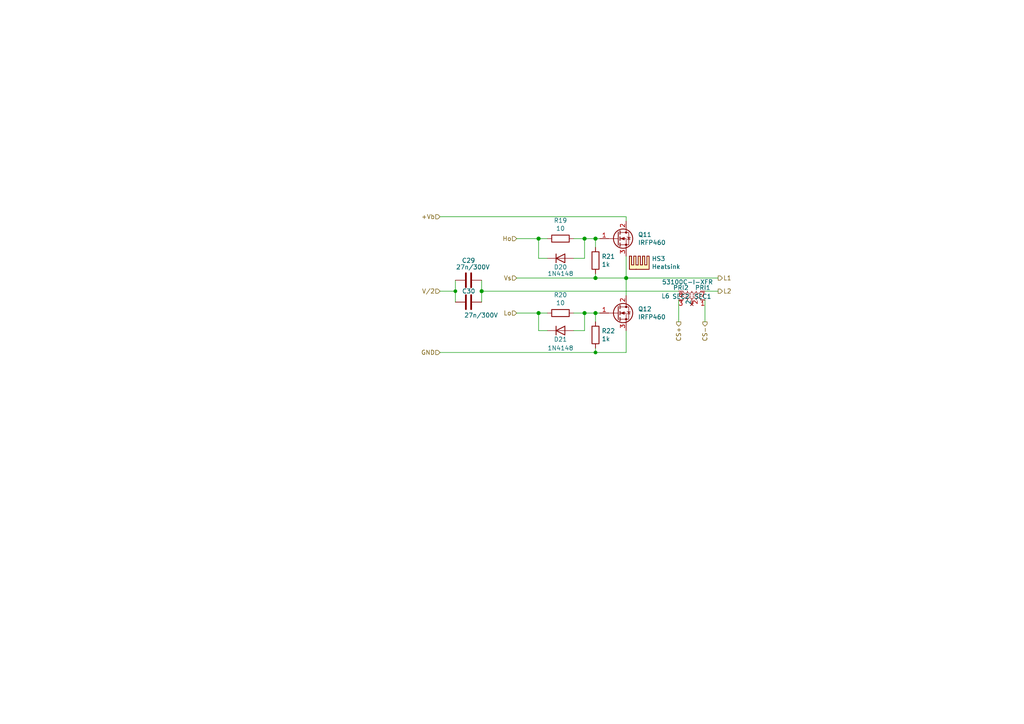
<source format=kicad_sch>
(kicad_sch (version 20210126) (generator eeschema)
  (paper "A4")
  (lib_symbols
    (symbol "Device:C" (pin_numbers hide) (pin_names (offset 0.254))
      (property "Reference" "C" (at 0.635 2.54 0))
      (property "Value" "C" (at 0.635 -2.54 0))
      (symbol "C_0_1"
        (polyline (pts (xy -2.032 -0.762) (xy 2.032 -0.762)) (stroke (width 0.508)))
        (polyline (pts (xy -2.032 0.762) (xy 2.032 0.762)) (stroke (width 0.508)))
      )
      (symbol "C_1_1"
        (pin passive line (at 0 3.81 270) (length 2.794) (name "~") (number "1"))
        (pin passive line (at 0 -3.81 90) (length 2.794) (name "~") (number "2"))
      )
    )
    (symbol "Device:R" (pin_numbers hide) (pin_names (offset 0))
      (property "Reference" "R" (at 2.032 0 90))
      (property "Value" "R" (at 0 0 90))
      (symbol "R_0_1"
        (rectangle (start -1.016 -2.54) (end 1.016 2.54) (stroke (width 0.254)))
      )
      (symbol "R_1_1"
        (pin passive line (at 0 3.81 270) (length 1.27) (name "~") (number "1"))
        (pin passive line (at 0 -3.81 90) (length 1.27) (name "~") (number "2"))
      )
    )
    (symbol "Diode:1N4148" (pin_numbers hide) (pin_names (offset 1.016) hide)
      (property "Reference" "D" (at 0 2.54 0))
      (property "Value" "1N4148" (at 0 -2.54 0))
      (symbol "1N4148_0_1"
        (polyline (pts (xy -1.27 1.27) (xy -1.27 -1.27)) (stroke (width 0.254)))
        (polyline (pts (xy 1.27 0) (xy -1.27 0)))
        (polyline (pts (xy 1.27 1.27) (xy 1.27 -1.27) (xy -1.27 0) (xy 1.27 1.27)) (stroke (width 0.254)))
      )
      (symbol "1N4148_1_1"
        (pin passive line (at -3.81 0 0) (length 2.54) (name "K") (number "1"))
        (pin passive line (at 3.81 0 180) (length 2.54) (name "A") (number "2"))
      )
    )
    (symbol "Power-Supply-Board-v2.0-rescue:Heatsink-Mechanical" (pin_names (offset 1.016))
      (property "Reference" "HS" (at 0 5.08 0))
      (property "Value" "Heatsink-Mechanical" (at 0 -1.27 0))
      (symbol "Heatsink-Mechanical_0_1"
        (polyline (pts (xy -0.3302 1.27) (xy -0.9652 1.27) (xy -0.9652 3.81) (xy -1.6002 3.81) (xy -1.6002 1.27) (xy -2.2352 1.27) (xy -2.2352 3.81) (xy -2.8702 3.81) (xy -2.8702 0) (xy -0.9652 0)) (stroke (width 0.254)) (fill (type background)))
        (polyline (pts (xy -0.3302 1.27) (xy -0.3302 3.81) (xy 0.3048 3.81) (xy 0.3048 1.27) (xy 0.9398 1.27) (xy 0.9398 3.81) (xy 1.5748 3.81) (xy 1.5748 1.27) (xy 2.2098 1.27) (xy 2.2098 3.81) (xy 2.8448 3.81) (xy 2.8448 0) (xy -0.9652 0)) (stroke (width 0.254)) (fill (type background)))
      )
    )
    (symbol "Transistor_FET:IRF540N" (pin_names hide)
      (property "Reference" "Q" (at 6.35 1.905 0))
      (property "Value" "IRF540N" (at 6.35 0 0))
      (symbol "IRF540N_0_1"
        (circle (center 1.651 0) (radius 2.794) (stroke (width 0.254)))
        (circle (center 2.54 -1.778) (radius 0.254) (fill (type outline)))
        (circle (center 2.54 1.778) (radius 0.254) (fill (type outline)))
        (polyline (pts (xy 0.254 0) (xy -2.54 0)))
        (polyline (pts (xy 0.254 1.905) (xy 0.254 -1.905)) (stroke (width 0.254)))
        (polyline (pts (xy 0.762 -1.27) (xy 0.762 -2.286)) (stroke (width 0.254)))
        (polyline (pts (xy 0.762 0.508) (xy 0.762 -0.508)) (stroke (width 0.254)))
        (polyline (pts (xy 0.762 2.286) (xy 0.762 1.27)) (stroke (width 0.254)))
        (polyline (pts (xy 2.54 2.54) (xy 2.54 1.778)))
        (polyline (pts (xy 2.54 -2.54) (xy 2.54 0) (xy 0.762 0)))
        (polyline (pts (xy 0.762 -1.778) (xy 3.302 -1.778) (xy 3.302 1.778) (xy 0.762 1.778)))
        (polyline (pts (xy 2.794 0.508) (xy 2.921 0.381) (xy 3.683 0.381) (xy 3.81 0.254)))
        (polyline (pts (xy 3.302 0.381) (xy 2.921 -0.254) (xy 3.683 -0.254) (xy 3.302 0.381)))
        (polyline (pts (xy 1.016 0) (xy 2.032 0.381) (xy 2.032 -0.381) (xy 1.016 0)) (fill (type outline)))
      )
      (symbol "IRF540N_1_1"
        (pin input line (at -5.08 0 0) (length 2.54) (name "G") (number "1"))
        (pin passive line (at 2.54 5.08 270) (length 2.54) (name "D") (number "2"))
        (pin passive line (at 2.54 -5.08 90) (length 2.54) (name "S") (number "3"))
      )
    )
    (symbol "Userlibrary:53100C-I-XFR" (pin_names (offset 0))
      (property "Reference" "L" (at 0 3.81 0))
      (property "Value" "53100C-I-XFR" (at 0 5.715 0))
      (symbol "53100C-I-XFR_0_1"
        (arc (start -1.27 -2.54) (end -2.54 -2.54) (radius (at -1.905 -2.54) (length 0.635) (angles 0.1 179.9)))
        (arc (start -2.54 0) (end -1.27 0) (radius (at -1.905 0) (length 0.635) (angles -179.9 -0.1)))
        (arc (start 0 -2.54) (end -1.27 -2.54) (radius (at -0.635 -2.54) (length 0.635) (angles 0.1 179.9)))
        (arc (start -1.27 0) (end 0 0) (radius (at -0.635 0) (length 0.635) (angles -179.9 -0.1)))
        (arc (start 1.27 -2.54) (end 0 -2.54) (radius (at 0.635 -2.54) (length 0.635) (angles 0.1 179.9)))
        (arc (start 0 0) (end 1.27 0) (radius (at 0.635 0) (length 0.635) (angles -179.9 -0.1)))
        (arc (start 2.54 -2.54) (end 1.27 -2.54) (radius (at 1.905 -2.54) (length 0.635) (angles 0.1 179.9)))
        (arc (start 1.27 0) (end 2.54 0) (radius (at 1.905 0) (length 0.635) (angles -179.9 -0.1)))
        (polyline (pts (xy -2.794 -1.524) (xy -2.286 -1.524)))
        (polyline (pts (xy -2.286 -1.016) (xy -2.794 -1.016)))
        (polyline (pts (xy -1.778 -1.524) (xy -1.27 -1.524)))
        (polyline (pts (xy -1.27 -1.016) (xy -1.778 -1.016)))
        (polyline (pts (xy -0.762 -1.524) (xy -0.254 -1.524)))
        (polyline (pts (xy -0.254 -1.016) (xy -0.762 -1.016)))
        (polyline (pts (xy 0.254 -1.524) (xy 0.762 -1.524)))
        (polyline (pts (xy 0.762 -1.016) (xy 0.254 -1.016)))
        (polyline (pts (xy 1.27 -1.524) (xy 1.778 -1.524)))
        (polyline (pts (xy 1.778 -1.016) (xy 1.27 -1.016)))
        (polyline (pts (xy 2.286 -1.524) (xy 2.794 -1.524)))
        (polyline (pts (xy 2.794 -1.016) (xy 2.286 -1.016)))
      )
      (symbol "53100C-I-XFR_1_1"
        (pin passive line (at -3.81 -2.54 0) (length 1.27) (name "SEC1") (number "1"))
        (pin no_connect line (at 0 -3.81 90) (length 1.27) (name "2") (number "2"))
        (pin passive line (at 3.81 -2.54 180) (length 1.27) (name "SEC2") (number "3"))
        (pin no_connect line (at 2.54 -5.08 180) (length 1.27) hide (name "4") (number "4"))
        (pin no_connect non_logic (at -5.715 -5.08 180) (length 1.27) hide (name "5") (number "5"))
        (pin no_connect line (at -10.16 -6.985 180) (length 1.27) hide (name "6") (number "6"))
        (pin passive line (at -3.81 0 0) (length 1.27) (name "PRI1") (number "7"))
        (pin passive line (at 3.81 0 180) (length 1.27) (name "PRI2") (number "8"))
      )
    )
  )
  (junction (at 132.08 84.455) (diameter 0.9144))
  (junction (at 139.7 84.455) (diameter 1.016))
  (junction (at 156.21 69.215) (diameter 1.016))
  (junction (at 156.21 90.805) (diameter 1.016))
  (junction (at 169.545 69.215) (diameter 1.016))
  (junction (at 169.545 90.805) (diameter 1.016))
  (junction (at 172.72 69.215) (diameter 1.016))
  (junction (at 172.72 80.645) (diameter 1.016))
  (junction (at 172.72 90.805) (diameter 1.016))
  (junction (at 172.72 102.235) (diameter 0.9144))
  (junction (at 181.61 80.645) (diameter 1.016))
  (wire (pts (xy 127.635 62.865) (xy 181.61 62.865)))
  (wire (pts (xy 127.635 84.455) (xy 132.08 84.455)))
  (wire (pts (xy 127.635 102.235) (xy 172.72 102.235)))
  (wire (pts (xy 132.08 81.28) (xy 132.08 84.455)))
  (wire (pts (xy 132.08 84.455) (xy 132.08 87.63)))
  (wire (pts (xy 139.7 81.28) (xy 139.7 84.455)))
  (wire (pts (xy 139.7 84.455) (xy 139.7 87.63)))
  (wire (pts (xy 139.7 84.455) (xy 196.85 84.455)))
  (wire (pts (xy 149.86 69.215) (xy 156.21 69.215)))
  (wire (pts (xy 149.86 80.645) (xy 172.72 80.645)))
  (wire (pts (xy 149.86 90.805) (xy 156.21 90.805)))
  (wire (pts (xy 156.21 69.215) (xy 158.75 69.215)))
  (wire (pts (xy 156.21 74.93) (xy 156.21 69.215)))
  (wire (pts (xy 156.21 90.805) (xy 158.75 90.805)))
  (wire (pts (xy 156.21 95.885) (xy 156.21 90.805)))
  (wire (pts (xy 158.75 74.93) (xy 156.21 74.93)))
  (wire (pts (xy 158.75 95.885) (xy 156.21 95.885)))
  (wire (pts (xy 166.37 69.215) (xy 169.545 69.215)))
  (wire (pts (xy 166.37 74.93) (xy 169.545 74.93)))
  (wire (pts (xy 166.37 90.805) (xy 169.545 90.805)))
  (wire (pts (xy 166.37 95.885) (xy 169.545 95.885)))
  (wire (pts (xy 169.545 69.215) (xy 172.72 69.215)))
  (wire (pts (xy 169.545 74.93) (xy 169.545 69.215)))
  (wire (pts (xy 169.545 90.805) (xy 172.72 90.805)))
  (wire (pts (xy 169.545 95.885) (xy 169.545 90.805)))
  (wire (pts (xy 172.72 69.215) (xy 172.72 71.755)))
  (wire (pts (xy 172.72 69.215) (xy 173.99 69.215)))
  (wire (pts (xy 172.72 80.645) (xy 172.72 79.375)))
  (wire (pts (xy 172.72 80.645) (xy 181.61 80.645)))
  (wire (pts (xy 172.72 90.805) (xy 172.72 93.345)))
  (wire (pts (xy 172.72 90.805) (xy 173.99 90.805)))
  (wire (pts (xy 172.72 100.965) (xy 172.72 102.235)))
  (wire (pts (xy 172.72 102.235) (xy 181.61 102.235)))
  (wire (pts (xy 181.61 62.865) (xy 181.61 64.135)))
  (wire (pts (xy 181.61 74.295) (xy 181.61 80.645)))
  (wire (pts (xy 181.61 80.645) (xy 181.61 85.725)))
  (wire (pts (xy 181.61 80.645) (xy 208.28 80.645)))
  (wire (pts (xy 181.61 102.235) (xy 181.61 95.885)))
  (wire (pts (xy 196.85 86.995) (xy 196.85 93.345)))
  (wire (pts (xy 204.47 84.455) (xy 208.28 84.455)))
  (wire (pts (xy 204.47 86.995) (xy 204.47 93.345)))
  (hierarchical_label "+Vb" (shape input) (at 127.635 62.865 180))
  (hierarchical_label "V{slash}2" (shape input) (at 127.635 84.455 180))
  (hierarchical_label "GND" (shape input) (at 127.635 102.235 180))
  (hierarchical_label "Ho" (shape input) (at 149.86 69.215 180))
  (hierarchical_label "Vs" (shape input) (at 149.86 80.645 180))
  (hierarchical_label "Lo" (shape input) (at 149.86 90.805 180))
  (hierarchical_label "CS+" (shape output) (at 196.85 93.345 270))
  (hierarchical_label "CS-" (shape output) (at 204.47 93.345 270))
  (hierarchical_label "L1" (shape output) (at 208.28 80.645 0))
  (hierarchical_label "L2" (shape output) (at 208.28 84.455 0))
  (symbol (lib_id "Device:R") (at 162.56 69.215 270) (unit 1)
    (property "Reference" "R19" (at 162.56 63.9572 90))
    (property "Value" "10" (at 162.56 66.2686 90))
    (property "Footprint" "Resistor_THT:R_Axial_DIN0204_L3.6mm_D1.6mm_P7.62mm_Horizontal" (effects hide))
  )
  (symbol (lib_id "Device:R") (at 162.56 90.805 270) (unit 1)
    (property "Reference" "R20" (at 162.56 85.5472 90))
    (property "Value" "10" (at 162.56 87.8586 90))
    (property "Footprint" "Resistor_THT:R_Axial_DIN0204_L3.6mm_D1.6mm_P7.62mm_Horizontal" (effects hide))
  )
  (symbol (lib_id "Device:R") (at 172.72 75.565 0) (unit 1)
    (property "Reference" "R21" (at 174.498 74.3966 0) (effects (justify left)))
    (property "Value" "1k" (at 174.498 76.708 0) (effects (justify left)))
    (property "Footprint" "Resistor_THT:R_Axial_DIN0204_L3.6mm_D1.6mm_P7.62mm_Horizontal" (effects hide))
  )
  (symbol (lib_id "Device:R") (at 172.72 97.155 0) (unit 1)
    (property "Reference" "R22" (at 174.498 95.9866 0) (effects (justify left)))
    (property "Value" "1k" (at 174.498 98.298 0) (effects (justify left)))
    (property "Footprint" "Resistor_THT:R_Axial_DIN0204_L3.6mm_D1.6mm_P7.62mm_Horizontal" (effects hide))
  )
  (symbol (lib_id "Diode:1N4148") (at 162.56 74.93 0) (unit 1)
    (property "Reference" "D20" (at 162.56 77.47 0))
    (property "Value" "1N4148" (at 162.56 79.375 0))
    (property "Footprint" "Diode_THT:D_DO-35_SOD27_P7.62mm_Horizontal" (effects hide))
    (property "Datasheet" "https://assets.nexperia.com/documents/data-sheet/1N4148_1N4448.pdf" (effects hide))
  )
  (symbol (lib_id "Diode:1N4148") (at 162.56 95.885 0) (unit 1)
    (property "Reference" "D21" (at 162.56 98.425 0))
    (property "Value" "1N4148" (at 162.56 100.965 0))
    (property "Footprint" "Diode_THT:D_DO-35_SOD27_P7.62mm_Horizontal" (effects hide))
    (property "Datasheet" "https://assets.nexperia.com/documents/data-sheet/1N4148_1N4448.pdf" (effects hide))
  )
  (symbol (lib_id "Power-Supply-Board-v2.0-rescue:Heatsink-Mechanical") (at 185.42 78.105 0) (unit 1)
    (property "Reference" "HS3" (at 189.0268 75.0316 0) (effects (justify left)))
    (property "Value" "Heatsink" (at 189.0268 77.343 0) (effects (justify left)))
    (property "Footprint" "UserLibrary:Heatsink_100x45x18mm_3xFixationM3" (effects hide))
  )
  (symbol (lib_id "Device:C") (at 135.89 81.28 270) (unit 1)
    (property "Reference" "C29" (at 135.89 75.565 90))
    (property "Value" "27n/300V" (at 137.16 77.47 90))
    (property "Footprint" "Capacitor_THT:C_Rect_L19.0mm_W6.0mm_P15.00mm_MKS4" (effects hide))
  )
  (symbol (lib_id "Device:C") (at 135.89 87.63 90) (unit 1)
    (property "Reference" "C30" (at 133.985 84.455 90) (effects (justify right)))
    (property "Value" "27n/300V" (at 134.62 91.44 90) (effects (justify right)))
    (property "Footprint" "Capacitor_THT:C_Rect_L19.0mm_W6.0mm_P15.00mm_MKS4" (effects hide))
  )
  (symbol (lib_id "Transistor_FET:IRF540N") (at 179.07 69.215 0) (unit 1)
    (property "Reference" "Q11" (at 185.039 68.0466 0) (effects (justify left)))
    (property "Value" "IRFP460" (at 185.039 70.358 0) (effects (justify left)))
    (property "Footprint" "Package_TO_SOT_THT:TO-220-3_Vertical" (effects hide))
    (property "Datasheet" "http://www.irf.com/product-info/datasheets/data/irf540n.pdf" (effects hide))
  )
  (symbol (lib_id "Transistor_FET:IRF540N") (at 179.07 90.805 0) (unit 1)
    (property "Reference" "Q12" (at 185.039 89.6366 0) (effects (justify left)))
    (property "Value" "IRFP460" (at 185.039 91.948 0) (effects (justify left)))
    (property "Footprint" "Package_TO_SOT_THT:TO-220-3_Vertical" (effects hide))
    (property "Datasheet" "http://www.irf.com/product-info/datasheets/data/irf540n.pdf" (effects hide))
  )
  (symbol (lib_id "Userlibrary:53100C-I-XFR") (at 200.66 84.455 0) (mirror y) (unit 1)
    (property "Reference" "L6" (at 193.04 85.8582 0))
    (property "Value" "53100C-I-XFR" (at 199.39 81.8069 0))
    (property "Footprint" "SamacSys_Parts:53100C" (effects hide))
  )
)
</source>
